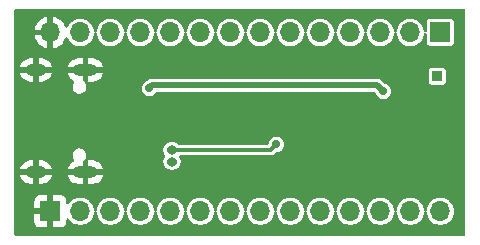
<source format=gbr>
%TF.GenerationSoftware,KiCad,Pcbnew,8.0.8*%
%TF.CreationDate,2025-02-10T14:02:50+00:00*%
%TF.ProjectId,stm32c071devboard,73746d33-3263-4303-9731-646576626f61,rev?*%
%TF.SameCoordinates,Original*%
%TF.FileFunction,Copper,L2,Bot*%
%TF.FilePolarity,Positive*%
%FSLAX46Y46*%
G04 Gerber Fmt 4.6, Leading zero omitted, Abs format (unit mm)*
G04 Created by KiCad (PCBNEW 8.0.8) date 2025-02-10 14:02:50*
%MOMM*%
%LPD*%
G01*
G04 APERTURE LIST*
%TA.AperFunction,HeatsinkPad*%
%ADD10O,2.100000X1.000000*%
%TD*%
%TA.AperFunction,HeatsinkPad*%
%ADD11O,1.800000X1.000000*%
%TD*%
%TA.AperFunction,ComponentPad*%
%ADD12O,0.860000X0.770000*%
%TD*%
%TA.AperFunction,ComponentPad*%
%ADD13R,1.700000X1.700000*%
%TD*%
%TA.AperFunction,ComponentPad*%
%ADD14O,1.700000X1.700000*%
%TD*%
%TA.AperFunction,ComponentPad*%
%ADD15R,0.850000X0.850000*%
%TD*%
%TA.AperFunction,ViaPad*%
%ADD16C,0.700000*%
%TD*%
%TA.AperFunction,Conductor*%
%ADD17C,0.300000*%
%TD*%
%TA.AperFunction,Conductor*%
%ADD18C,0.500000*%
%TD*%
G04 APERTURE END LIST*
D10*
%TO.P,J1,S1,SHIELD*%
%TO.N,GND*%
X85775000Y-60680000D03*
D11*
X81575000Y-60680000D03*
D10*
X85775000Y-69320000D03*
D11*
X81575000Y-69320000D03*
%TD*%
D12*
%TO.P,J5,1,Pin_1*%
%TO.N,+3V3*%
X93091000Y-67437000D03*
%TO.P,J5,2,Pin_2*%
%TO.N,BOOT0*%
X93091000Y-68437000D03*
%TD*%
D13*
%TO.P,J2,1,Pin_1*%
%TO.N,GND*%
X82804000Y-72644000D03*
D14*
%TO.P,J2,2,Pin_2*%
%TO.N,BOOT0*%
X85344000Y-72644000D03*
%TO.P,J2,3,Pin_3*%
%TO.N,PA13*%
X87884000Y-72644000D03*
%TO.P,J2,4,Pin_4*%
%TO.N,PA15*%
X90424000Y-72644000D03*
%TO.P,J2,5,Pin_5*%
%TO.N,Net-(J2-Pin_5)*%
X92964000Y-72644000D03*
%TO.P,J2,6,Pin_6*%
%TO.N,Net-(J2-Pin_6)*%
X95504000Y-72644000D03*
%TO.P,J2,7,Pin_7*%
%TO.N,Net-(J2-Pin_7)*%
X98044000Y-72644000D03*
%TO.P,J2,8,Pin_8*%
%TO.N,Net-(J2-Pin_8)*%
X100584000Y-72644000D03*
%TO.P,J2,9,Pin_9*%
%TO.N,Net-(J2-Pin_9)*%
X103124000Y-72644000D03*
%TO.P,J2,10,Pin_10*%
%TO.N,Net-(J2-Pin_10)*%
X105664000Y-72644000D03*
%TO.P,J2,11,Pin_11*%
%TO.N,PC14*%
X108204000Y-72644000D03*
%TO.P,J2,12,Pin_12*%
%TO.N,PC15*%
X110744000Y-72644000D03*
%TO.P,J2,13,Pin_13*%
%TO.N,LED*%
X113284000Y-72644000D03*
%TO.P,J2,14,Pin_14*%
%TO.N,+3V3*%
X115824000Y-72644000D03*
%TD*%
D13*
%TO.P,J4,1,Pin_1*%
%TO.N,+3V3*%
X115824000Y-57500000D03*
D14*
%TO.P,J4,2,Pin_2*%
%TO.N,NRST*%
X113284000Y-57500000D03*
%TO.P,J4,3,Pin_3*%
%TO.N,Net-(J4-Pin_3)*%
X110744000Y-57500000D03*
%TO.P,J4,4,Pin_4*%
%TO.N,Net-(J4-Pin_4)*%
X108204000Y-57500000D03*
%TO.P,J4,5,Pin_5*%
%TO.N,Net-(J4-Pin_5)*%
X105664000Y-57500000D03*
%TO.P,J4,6,Pin_6*%
%TO.N,Net-(J4-Pin_6)*%
X103124000Y-57500000D03*
%TO.P,J4,7,Pin_7*%
%TO.N,Net-(J4-Pin_7)*%
X100584000Y-57500000D03*
%TO.P,J4,8,Pin_8*%
%TO.N,Net-(J4-Pin_8)*%
X98044000Y-57500000D03*
%TO.P,J4,9,Pin_9*%
%TO.N,Net-(J4-Pin_9)*%
X95504000Y-57500000D03*
%TO.P,J4,10,Pin_10*%
%TO.N,Net-(J4-Pin_10)*%
X92964000Y-57500000D03*
%TO.P,J4,11,Pin_11*%
%TO.N,PB0*%
X90424000Y-57500000D03*
%TO.P,J4,12,Pin_12*%
%TO.N,PB1*%
X87884000Y-57500000D03*
%TO.P,J4,13,Pin_13*%
%TO.N,Net-(J4-Pin_13)*%
X85344000Y-57500000D03*
%TO.P,J4,14,Pin_14*%
%TO.N,GND*%
X82804000Y-57500000D03*
%TD*%
D15*
%TO.P,J3,1,Pin_1*%
%TO.N,/VBUS*%
X115570000Y-61214000D03*
%TD*%
D16*
%TO.N,GND*%
X105156000Y-66802000D03*
X89408000Y-67818000D03*
X89410000Y-69843000D03*
X111506000Y-66802000D03*
X92456000Y-64262000D03*
X98806000Y-64516000D03*
X89662000Y-63246000D03*
X105156000Y-64516000D03*
X94234000Y-62992000D03*
X111506000Y-67818000D03*
%TO.N,+3V3*%
X101932620Y-66977380D03*
%TO.N,/VBUS*%
X110998000Y-62484000D03*
X91186000Y-62230000D03*
%TD*%
D17*
%TO.N,+3V3*%
X93091000Y-67437000D02*
X101473000Y-67437000D01*
X101473000Y-67437000D02*
X101932620Y-66977380D01*
D18*
%TO.N,/VBUS*%
X91440000Y-61976000D02*
X110490000Y-61976000D01*
X110490000Y-61976000D02*
X110998000Y-62484000D01*
X91186000Y-62230000D02*
X91440000Y-61976000D01*
%TD*%
%TA.AperFunction,Conductor*%
%TO.N,GND*%
G36*
X117893039Y-55519685D02*
G01*
X117938794Y-55572489D01*
X117950000Y-55624000D01*
X117950000Y-74626000D01*
X117930315Y-74693039D01*
X117877511Y-74738794D01*
X117826000Y-74750000D01*
X79880000Y-74750000D01*
X79812961Y-74730315D01*
X79767206Y-74677511D01*
X79756000Y-74626000D01*
X79756000Y-71746155D01*
X81454000Y-71746155D01*
X81454000Y-72394000D01*
X82370988Y-72394000D01*
X82338075Y-72451007D01*
X82304000Y-72578174D01*
X82304000Y-72709826D01*
X82338075Y-72836993D01*
X82370988Y-72894000D01*
X81454000Y-72894000D01*
X81454000Y-73541844D01*
X81460401Y-73601372D01*
X81460403Y-73601379D01*
X81510645Y-73736086D01*
X81510649Y-73736093D01*
X81596809Y-73851187D01*
X81596812Y-73851190D01*
X81711906Y-73937350D01*
X81711913Y-73937354D01*
X81846620Y-73987596D01*
X81846627Y-73987598D01*
X81906155Y-73993999D01*
X81906172Y-73994000D01*
X82554000Y-73994000D01*
X82554000Y-73077012D01*
X82611007Y-73109925D01*
X82738174Y-73144000D01*
X82869826Y-73144000D01*
X82996993Y-73109925D01*
X83054000Y-73077012D01*
X83054000Y-73994000D01*
X83701828Y-73994000D01*
X83701844Y-73993999D01*
X83761372Y-73987598D01*
X83761379Y-73987596D01*
X83896086Y-73937354D01*
X83896093Y-73937350D01*
X84011187Y-73851190D01*
X84011190Y-73851187D01*
X84097350Y-73736093D01*
X84097354Y-73736086D01*
X84147596Y-73601379D01*
X84147598Y-73601372D01*
X84153999Y-73541844D01*
X84154000Y-73541827D01*
X84154000Y-73347268D01*
X84173685Y-73280229D01*
X84226489Y-73234474D01*
X84295647Y-73224530D01*
X84359203Y-73253555D01*
X84376950Y-73272537D01*
X84490128Y-73422407D01*
X84647698Y-73566052D01*
X84828981Y-73678298D01*
X85027802Y-73755321D01*
X85237390Y-73794500D01*
X85237392Y-73794500D01*
X85450608Y-73794500D01*
X85450610Y-73794500D01*
X85660198Y-73755321D01*
X85859019Y-73678298D01*
X86040302Y-73566052D01*
X86197872Y-73422407D01*
X86326366Y-73252255D01*
X86380270Y-73144000D01*
X86421403Y-73061394D01*
X86421403Y-73061393D01*
X86421405Y-73061389D01*
X86479756Y-72856310D01*
X86490529Y-72740047D01*
X86516315Y-72675111D01*
X86558622Y-72644804D01*
X86667130Y-72644804D01*
X86703503Y-72665668D01*
X86735693Y-72727681D01*
X86737470Y-72740047D01*
X86748244Y-72856310D01*
X86801675Y-73044099D01*
X86806596Y-73061392D01*
X86806596Y-73061394D01*
X86901632Y-73252253D01*
X86916953Y-73272541D01*
X87030128Y-73422407D01*
X87187698Y-73566052D01*
X87368981Y-73678298D01*
X87567802Y-73755321D01*
X87777390Y-73794500D01*
X87777392Y-73794500D01*
X87990608Y-73794500D01*
X87990610Y-73794500D01*
X88200198Y-73755321D01*
X88399019Y-73678298D01*
X88580302Y-73566052D01*
X88737872Y-73422407D01*
X88866366Y-73252255D01*
X88920270Y-73144000D01*
X88961403Y-73061394D01*
X88961403Y-73061393D01*
X88961405Y-73061389D01*
X89019756Y-72856310D01*
X89030529Y-72740047D01*
X89056315Y-72675111D01*
X89098622Y-72644804D01*
X89207130Y-72644804D01*
X89243503Y-72665668D01*
X89275693Y-72727681D01*
X89277470Y-72740047D01*
X89288244Y-72856310D01*
X89341675Y-73044099D01*
X89346596Y-73061392D01*
X89346596Y-73061394D01*
X89441632Y-73252253D01*
X89456953Y-73272541D01*
X89570128Y-73422407D01*
X89727698Y-73566052D01*
X89908981Y-73678298D01*
X90107802Y-73755321D01*
X90317390Y-73794500D01*
X90317392Y-73794500D01*
X90530608Y-73794500D01*
X90530610Y-73794500D01*
X90740198Y-73755321D01*
X90939019Y-73678298D01*
X91120302Y-73566052D01*
X91277872Y-73422407D01*
X91406366Y-73252255D01*
X91460270Y-73144000D01*
X91501403Y-73061394D01*
X91501403Y-73061393D01*
X91501405Y-73061389D01*
X91559756Y-72856310D01*
X91570529Y-72740047D01*
X91596315Y-72675111D01*
X91638622Y-72644804D01*
X91747130Y-72644804D01*
X91783503Y-72665668D01*
X91815693Y-72727681D01*
X91817470Y-72740047D01*
X91828244Y-72856310D01*
X91881675Y-73044099D01*
X91886596Y-73061392D01*
X91886596Y-73061394D01*
X91981632Y-73252253D01*
X91996953Y-73272541D01*
X92110128Y-73422407D01*
X92267698Y-73566052D01*
X92448981Y-73678298D01*
X92647802Y-73755321D01*
X92857390Y-73794500D01*
X92857392Y-73794500D01*
X93070608Y-73794500D01*
X93070610Y-73794500D01*
X93280198Y-73755321D01*
X93479019Y-73678298D01*
X93660302Y-73566052D01*
X93817872Y-73422407D01*
X93946366Y-73252255D01*
X94000270Y-73144000D01*
X94041403Y-73061394D01*
X94041403Y-73061393D01*
X94041405Y-73061389D01*
X94099756Y-72856310D01*
X94110529Y-72740047D01*
X94136315Y-72675111D01*
X94178622Y-72644804D01*
X94287130Y-72644804D01*
X94323503Y-72665668D01*
X94355693Y-72727681D01*
X94357470Y-72740047D01*
X94368244Y-72856310D01*
X94421675Y-73044099D01*
X94426596Y-73061392D01*
X94426596Y-73061394D01*
X94521632Y-73252253D01*
X94536953Y-73272541D01*
X94650128Y-73422407D01*
X94807698Y-73566052D01*
X94988981Y-73678298D01*
X95187802Y-73755321D01*
X95397390Y-73794500D01*
X95397392Y-73794500D01*
X95610608Y-73794500D01*
X95610610Y-73794500D01*
X95820198Y-73755321D01*
X96019019Y-73678298D01*
X96200302Y-73566052D01*
X96357872Y-73422407D01*
X96486366Y-73252255D01*
X96540270Y-73144000D01*
X96581403Y-73061394D01*
X96581403Y-73061393D01*
X96581405Y-73061389D01*
X96639756Y-72856310D01*
X96650529Y-72740047D01*
X96676315Y-72675111D01*
X96718622Y-72644804D01*
X96827130Y-72644804D01*
X96863503Y-72665668D01*
X96895693Y-72727681D01*
X96897470Y-72740047D01*
X96908244Y-72856310D01*
X96961675Y-73044099D01*
X96966596Y-73061392D01*
X96966596Y-73061394D01*
X97061632Y-73252253D01*
X97076953Y-73272541D01*
X97190128Y-73422407D01*
X97347698Y-73566052D01*
X97528981Y-73678298D01*
X97727802Y-73755321D01*
X97937390Y-73794500D01*
X97937392Y-73794500D01*
X98150608Y-73794500D01*
X98150610Y-73794500D01*
X98360198Y-73755321D01*
X98559019Y-73678298D01*
X98740302Y-73566052D01*
X98897872Y-73422407D01*
X99026366Y-73252255D01*
X99080270Y-73144000D01*
X99121403Y-73061394D01*
X99121403Y-73061393D01*
X99121405Y-73061389D01*
X99179756Y-72856310D01*
X99190529Y-72740047D01*
X99216315Y-72675111D01*
X99258622Y-72644804D01*
X99367130Y-72644804D01*
X99403503Y-72665668D01*
X99435693Y-72727681D01*
X99437470Y-72740047D01*
X99448244Y-72856310D01*
X99501675Y-73044099D01*
X99506596Y-73061392D01*
X99506596Y-73061394D01*
X99601632Y-73252253D01*
X99616953Y-73272541D01*
X99730128Y-73422407D01*
X99887698Y-73566052D01*
X100068981Y-73678298D01*
X100267802Y-73755321D01*
X100477390Y-73794500D01*
X100477392Y-73794500D01*
X100690608Y-73794500D01*
X100690610Y-73794500D01*
X100900198Y-73755321D01*
X101099019Y-73678298D01*
X101280302Y-73566052D01*
X101437872Y-73422407D01*
X101566366Y-73252255D01*
X101620270Y-73144000D01*
X101661403Y-73061394D01*
X101661403Y-73061393D01*
X101661405Y-73061389D01*
X101719756Y-72856310D01*
X101730529Y-72740047D01*
X101756315Y-72675111D01*
X101798622Y-72644804D01*
X101907130Y-72644804D01*
X101943503Y-72665668D01*
X101975693Y-72727681D01*
X101977470Y-72740047D01*
X101988244Y-72856310D01*
X102041675Y-73044099D01*
X102046596Y-73061392D01*
X102046596Y-73061394D01*
X102141632Y-73252253D01*
X102156953Y-73272541D01*
X102270128Y-73422407D01*
X102427698Y-73566052D01*
X102608981Y-73678298D01*
X102807802Y-73755321D01*
X103017390Y-73794500D01*
X103017392Y-73794500D01*
X103230608Y-73794500D01*
X103230610Y-73794500D01*
X103440198Y-73755321D01*
X103639019Y-73678298D01*
X103820302Y-73566052D01*
X103977872Y-73422407D01*
X104106366Y-73252255D01*
X104160270Y-73144000D01*
X104201403Y-73061394D01*
X104201403Y-73061393D01*
X104201405Y-73061389D01*
X104259756Y-72856310D01*
X104270529Y-72740047D01*
X104296315Y-72675111D01*
X104338622Y-72644804D01*
X104447130Y-72644804D01*
X104483503Y-72665668D01*
X104515693Y-72727681D01*
X104517470Y-72740047D01*
X104528244Y-72856310D01*
X104581675Y-73044099D01*
X104586596Y-73061392D01*
X104586596Y-73061394D01*
X104681632Y-73252253D01*
X104696953Y-73272541D01*
X104810128Y-73422407D01*
X104967698Y-73566052D01*
X105148981Y-73678298D01*
X105347802Y-73755321D01*
X105557390Y-73794500D01*
X105557392Y-73794500D01*
X105770608Y-73794500D01*
X105770610Y-73794500D01*
X105980198Y-73755321D01*
X106179019Y-73678298D01*
X106360302Y-73566052D01*
X106517872Y-73422407D01*
X106646366Y-73252255D01*
X106700270Y-73144000D01*
X106741403Y-73061394D01*
X106741403Y-73061393D01*
X106741405Y-73061389D01*
X106799756Y-72856310D01*
X106810529Y-72740047D01*
X106836315Y-72675111D01*
X106878622Y-72644804D01*
X106987130Y-72644804D01*
X107023503Y-72665668D01*
X107055693Y-72727681D01*
X107057470Y-72740047D01*
X107068244Y-72856310D01*
X107121675Y-73044099D01*
X107126596Y-73061392D01*
X107126596Y-73061394D01*
X107221632Y-73252253D01*
X107236953Y-73272541D01*
X107350128Y-73422407D01*
X107507698Y-73566052D01*
X107688981Y-73678298D01*
X107887802Y-73755321D01*
X108097390Y-73794500D01*
X108097392Y-73794500D01*
X108310608Y-73794500D01*
X108310610Y-73794500D01*
X108520198Y-73755321D01*
X108719019Y-73678298D01*
X108900302Y-73566052D01*
X109057872Y-73422407D01*
X109186366Y-73252255D01*
X109240270Y-73144000D01*
X109281403Y-73061394D01*
X109281403Y-73061393D01*
X109281405Y-73061389D01*
X109339756Y-72856310D01*
X109350529Y-72740047D01*
X109376315Y-72675111D01*
X109418622Y-72644804D01*
X109527130Y-72644804D01*
X109563503Y-72665668D01*
X109595693Y-72727681D01*
X109597470Y-72740047D01*
X109608244Y-72856310D01*
X109661675Y-73044099D01*
X109666596Y-73061392D01*
X109666596Y-73061394D01*
X109761632Y-73252253D01*
X109776953Y-73272541D01*
X109890128Y-73422407D01*
X110047698Y-73566052D01*
X110228981Y-73678298D01*
X110427802Y-73755321D01*
X110637390Y-73794500D01*
X110637392Y-73794500D01*
X110850608Y-73794500D01*
X110850610Y-73794500D01*
X111060198Y-73755321D01*
X111259019Y-73678298D01*
X111440302Y-73566052D01*
X111597872Y-73422407D01*
X111726366Y-73252255D01*
X111780270Y-73144000D01*
X111821403Y-73061394D01*
X111821403Y-73061393D01*
X111821405Y-73061389D01*
X111879756Y-72856310D01*
X111890529Y-72740047D01*
X111916315Y-72675111D01*
X111958622Y-72644804D01*
X112067130Y-72644804D01*
X112103503Y-72665668D01*
X112135693Y-72727681D01*
X112137470Y-72740047D01*
X112148244Y-72856310D01*
X112201675Y-73044099D01*
X112206596Y-73061392D01*
X112206596Y-73061394D01*
X112301632Y-73252253D01*
X112316953Y-73272541D01*
X112430128Y-73422407D01*
X112587698Y-73566052D01*
X112768981Y-73678298D01*
X112967802Y-73755321D01*
X113177390Y-73794500D01*
X113177392Y-73794500D01*
X113390608Y-73794500D01*
X113390610Y-73794500D01*
X113600198Y-73755321D01*
X113799019Y-73678298D01*
X113980302Y-73566052D01*
X114137872Y-73422407D01*
X114266366Y-73252255D01*
X114320270Y-73144000D01*
X114361403Y-73061394D01*
X114361403Y-73061393D01*
X114361405Y-73061389D01*
X114419756Y-72856310D01*
X114430529Y-72740047D01*
X114456315Y-72675111D01*
X114498622Y-72644804D01*
X114607130Y-72644804D01*
X114643503Y-72665668D01*
X114675693Y-72727681D01*
X114677470Y-72740047D01*
X114688244Y-72856310D01*
X114741675Y-73044099D01*
X114746596Y-73061392D01*
X114746596Y-73061394D01*
X114841632Y-73252253D01*
X114856953Y-73272541D01*
X114970128Y-73422407D01*
X115127698Y-73566052D01*
X115308981Y-73678298D01*
X115507802Y-73755321D01*
X115717390Y-73794500D01*
X115717392Y-73794500D01*
X115930608Y-73794500D01*
X115930610Y-73794500D01*
X116140198Y-73755321D01*
X116339019Y-73678298D01*
X116520302Y-73566052D01*
X116677872Y-73422407D01*
X116806366Y-73252255D01*
X116860270Y-73144000D01*
X116901403Y-73061394D01*
X116901403Y-73061393D01*
X116901405Y-73061389D01*
X116959756Y-72856310D01*
X116979429Y-72644000D01*
X116959756Y-72431690D01*
X116901405Y-72226611D01*
X116901403Y-72226606D01*
X116901403Y-72226605D01*
X116806367Y-72035746D01*
X116677872Y-71865593D01*
X116546874Y-71746172D01*
X116520302Y-71721948D01*
X116339019Y-71609702D01*
X116339017Y-71609701D01*
X116189829Y-71551906D01*
X116140198Y-71532679D01*
X115930610Y-71493500D01*
X115717390Y-71493500D01*
X115507802Y-71532679D01*
X115507799Y-71532679D01*
X115507799Y-71532680D01*
X115308982Y-71609701D01*
X115308980Y-71609702D01*
X115127699Y-71721947D01*
X114970127Y-71865593D01*
X114841632Y-72035746D01*
X114746596Y-72226605D01*
X114746596Y-72226607D01*
X114688244Y-72431689D01*
X114677471Y-72547951D01*
X114651685Y-72612888D01*
X114607130Y-72644804D01*
X114498622Y-72644804D01*
X114500869Y-72643194D01*
X114464497Y-72622331D01*
X114432307Y-72560318D01*
X114430529Y-72547951D01*
X114429849Y-72540613D01*
X114419756Y-72431690D01*
X114361405Y-72226611D01*
X114361403Y-72226606D01*
X114361403Y-72226605D01*
X114266367Y-72035746D01*
X114137872Y-71865593D01*
X114006874Y-71746172D01*
X113980302Y-71721948D01*
X113799019Y-71609702D01*
X113799017Y-71609701D01*
X113649829Y-71551906D01*
X113600198Y-71532679D01*
X113390610Y-71493500D01*
X113177390Y-71493500D01*
X112967802Y-71532679D01*
X112967799Y-71532679D01*
X112967799Y-71532680D01*
X112768982Y-71609701D01*
X112768980Y-71609702D01*
X112587699Y-71721947D01*
X112430127Y-71865593D01*
X112301632Y-72035746D01*
X112206596Y-72226605D01*
X112206596Y-72226607D01*
X112148244Y-72431689D01*
X112137471Y-72547951D01*
X112111685Y-72612888D01*
X112067130Y-72644804D01*
X111958622Y-72644804D01*
X111960869Y-72643194D01*
X111924497Y-72622331D01*
X111892307Y-72560318D01*
X111890529Y-72547951D01*
X111889849Y-72540613D01*
X111879756Y-72431690D01*
X111821405Y-72226611D01*
X111821403Y-72226606D01*
X111821403Y-72226605D01*
X111726367Y-72035746D01*
X111597872Y-71865593D01*
X111466874Y-71746172D01*
X111440302Y-71721948D01*
X111259019Y-71609702D01*
X111259017Y-71609701D01*
X111109829Y-71551906D01*
X111060198Y-71532679D01*
X110850610Y-71493500D01*
X110637390Y-71493500D01*
X110427802Y-71532679D01*
X110427799Y-71532679D01*
X110427799Y-71532680D01*
X110228982Y-71609701D01*
X110228980Y-71609702D01*
X110047699Y-71721947D01*
X109890127Y-71865593D01*
X109761632Y-72035746D01*
X109666596Y-72226605D01*
X109666596Y-72226607D01*
X109608244Y-72431689D01*
X109597471Y-72547951D01*
X109571685Y-72612888D01*
X109527130Y-72644804D01*
X109418622Y-72644804D01*
X109420869Y-72643194D01*
X109384497Y-72622331D01*
X109352307Y-72560318D01*
X109350529Y-72547951D01*
X109349849Y-72540613D01*
X109339756Y-72431690D01*
X109281405Y-72226611D01*
X109281403Y-72226606D01*
X109281403Y-72226605D01*
X109186367Y-72035746D01*
X109057872Y-71865593D01*
X108926874Y-71746172D01*
X108900302Y-71721948D01*
X108719019Y-71609702D01*
X108719017Y-71609701D01*
X108569829Y-71551906D01*
X108520198Y-71532679D01*
X108310610Y-71493500D01*
X108097390Y-71493500D01*
X107887802Y-71532679D01*
X107887799Y-71532679D01*
X107887799Y-71532680D01*
X107688982Y-71609701D01*
X107688980Y-71609702D01*
X107507699Y-71721947D01*
X107350127Y-71865593D01*
X107221632Y-72035746D01*
X107126596Y-72226605D01*
X107126596Y-72226607D01*
X107068244Y-72431689D01*
X107057471Y-72547951D01*
X107031685Y-72612888D01*
X106987130Y-72644804D01*
X106878622Y-72644804D01*
X106880869Y-72643194D01*
X106844497Y-72622331D01*
X106812307Y-72560318D01*
X106810529Y-72547951D01*
X106809849Y-72540613D01*
X106799756Y-72431690D01*
X106741405Y-72226611D01*
X106741403Y-72226606D01*
X106741403Y-72226605D01*
X106646367Y-72035746D01*
X106517872Y-71865593D01*
X106386874Y-71746172D01*
X106360302Y-71721948D01*
X106179019Y-71609702D01*
X106179017Y-71609701D01*
X106029829Y-71551906D01*
X105980198Y-71532679D01*
X105770610Y-71493500D01*
X105557390Y-71493500D01*
X105347802Y-71532679D01*
X105347799Y-71532679D01*
X105347799Y-71532680D01*
X105148982Y-71609701D01*
X105148980Y-71609702D01*
X104967699Y-71721947D01*
X104810127Y-71865593D01*
X104681632Y-72035746D01*
X104586596Y-72226605D01*
X104586596Y-72226607D01*
X104528244Y-72431689D01*
X104517471Y-72547951D01*
X104491685Y-72612888D01*
X104447130Y-72644804D01*
X104338622Y-72644804D01*
X104340869Y-72643194D01*
X104304497Y-72622331D01*
X104272307Y-72560318D01*
X104270529Y-72547951D01*
X104269849Y-72540613D01*
X104259756Y-72431690D01*
X104201405Y-72226611D01*
X104201403Y-72226606D01*
X104201403Y-72226605D01*
X104106367Y-72035746D01*
X103977872Y-71865593D01*
X103846874Y-71746172D01*
X103820302Y-71721948D01*
X103639019Y-71609702D01*
X103639017Y-71609701D01*
X103489829Y-71551906D01*
X103440198Y-71532679D01*
X103230610Y-71493500D01*
X103017390Y-71493500D01*
X102807802Y-71532679D01*
X102807799Y-71532679D01*
X102807799Y-71532680D01*
X102608982Y-71609701D01*
X102608980Y-71609702D01*
X102427699Y-71721947D01*
X102270127Y-71865593D01*
X102141632Y-72035746D01*
X102046596Y-72226605D01*
X102046596Y-72226607D01*
X101988244Y-72431689D01*
X101977471Y-72547951D01*
X101951685Y-72612888D01*
X101907130Y-72644804D01*
X101798622Y-72644804D01*
X101800869Y-72643194D01*
X101764497Y-72622331D01*
X101732307Y-72560318D01*
X101730529Y-72547951D01*
X101729849Y-72540613D01*
X101719756Y-72431690D01*
X101661405Y-72226611D01*
X101661403Y-72226606D01*
X101661403Y-72226605D01*
X101566367Y-72035746D01*
X101437872Y-71865593D01*
X101306874Y-71746172D01*
X101280302Y-71721948D01*
X101099019Y-71609702D01*
X101099017Y-71609701D01*
X100949829Y-71551906D01*
X100900198Y-71532679D01*
X100690610Y-71493500D01*
X100477390Y-71493500D01*
X100267802Y-71532679D01*
X100267799Y-71532679D01*
X100267799Y-71532680D01*
X100068982Y-71609701D01*
X100068980Y-71609702D01*
X99887699Y-71721947D01*
X99730127Y-71865593D01*
X99601632Y-72035746D01*
X99506596Y-72226605D01*
X99506596Y-72226607D01*
X99448244Y-72431689D01*
X99437471Y-72547951D01*
X99411685Y-72612888D01*
X99367130Y-72644804D01*
X99258622Y-72644804D01*
X99260869Y-72643194D01*
X99224497Y-72622331D01*
X99192307Y-72560318D01*
X99190529Y-72547951D01*
X99189849Y-72540613D01*
X99179756Y-72431690D01*
X99121405Y-72226611D01*
X99121403Y-72226606D01*
X99121403Y-72226605D01*
X99026367Y-72035746D01*
X98897872Y-71865593D01*
X98766874Y-71746172D01*
X98740302Y-71721948D01*
X98559019Y-71609702D01*
X98559017Y-71609701D01*
X98409829Y-71551906D01*
X98360198Y-71532679D01*
X98150610Y-71493500D01*
X97937390Y-71493500D01*
X97727802Y-71532679D01*
X97727799Y-71532679D01*
X97727799Y-71532680D01*
X97528982Y-71609701D01*
X97528980Y-71609702D01*
X97347699Y-71721947D01*
X97190127Y-71865593D01*
X97061632Y-72035746D01*
X96966596Y-72226605D01*
X96966596Y-72226607D01*
X96908244Y-72431689D01*
X96897471Y-72547951D01*
X96871685Y-72612888D01*
X96827130Y-72644804D01*
X96718622Y-72644804D01*
X96720869Y-72643194D01*
X96684497Y-72622331D01*
X96652307Y-72560318D01*
X96650529Y-72547951D01*
X96649849Y-72540613D01*
X96639756Y-72431690D01*
X96581405Y-72226611D01*
X96581403Y-72226606D01*
X96581403Y-72226605D01*
X96486367Y-72035746D01*
X96357872Y-71865593D01*
X96226874Y-71746172D01*
X96200302Y-71721948D01*
X96019019Y-71609702D01*
X96019017Y-71609701D01*
X95869829Y-71551906D01*
X95820198Y-71532679D01*
X95610610Y-71493500D01*
X95397390Y-71493500D01*
X95187802Y-71532679D01*
X95187799Y-71532679D01*
X95187799Y-71532680D01*
X94988982Y-71609701D01*
X94988980Y-71609702D01*
X94807699Y-71721947D01*
X94650127Y-71865593D01*
X94521632Y-72035746D01*
X94426596Y-72226605D01*
X94426596Y-72226607D01*
X94368244Y-72431689D01*
X94357471Y-72547951D01*
X94331685Y-72612888D01*
X94287130Y-72644804D01*
X94178622Y-72644804D01*
X94180869Y-72643194D01*
X94144497Y-72622331D01*
X94112307Y-72560318D01*
X94110529Y-72547951D01*
X94109849Y-72540613D01*
X94099756Y-72431690D01*
X94041405Y-72226611D01*
X94041403Y-72226606D01*
X94041403Y-72226605D01*
X93946367Y-72035746D01*
X93817872Y-71865593D01*
X93686874Y-71746172D01*
X93660302Y-71721948D01*
X93479019Y-71609702D01*
X93479017Y-71609701D01*
X93329829Y-71551906D01*
X93280198Y-71532679D01*
X93070610Y-71493500D01*
X92857390Y-71493500D01*
X92647802Y-71532679D01*
X92647799Y-71532679D01*
X92647799Y-71532680D01*
X92448982Y-71609701D01*
X92448980Y-71609702D01*
X92267699Y-71721947D01*
X92110127Y-71865593D01*
X91981632Y-72035746D01*
X91886596Y-72226605D01*
X91886596Y-72226607D01*
X91828244Y-72431689D01*
X91817471Y-72547951D01*
X91791685Y-72612888D01*
X91747130Y-72644804D01*
X91638622Y-72644804D01*
X91640869Y-72643194D01*
X91604497Y-72622331D01*
X91572307Y-72560318D01*
X91570529Y-72547951D01*
X91569849Y-72540613D01*
X91559756Y-72431690D01*
X91501405Y-72226611D01*
X91501403Y-72226606D01*
X91501403Y-72226605D01*
X91406367Y-72035746D01*
X91277872Y-71865593D01*
X91146874Y-71746172D01*
X91120302Y-71721948D01*
X90939019Y-71609702D01*
X90939017Y-71609701D01*
X90789829Y-71551906D01*
X90740198Y-71532679D01*
X90530610Y-71493500D01*
X90317390Y-71493500D01*
X90107802Y-71532679D01*
X90107799Y-71532679D01*
X90107799Y-71532680D01*
X89908982Y-71609701D01*
X89908980Y-71609702D01*
X89727699Y-71721947D01*
X89570127Y-71865593D01*
X89441632Y-72035746D01*
X89346596Y-72226605D01*
X89346596Y-72226607D01*
X89288244Y-72431689D01*
X89277471Y-72547951D01*
X89251685Y-72612888D01*
X89207130Y-72644804D01*
X89098622Y-72644804D01*
X89100869Y-72643194D01*
X89064497Y-72622331D01*
X89032307Y-72560318D01*
X89030529Y-72547951D01*
X89029849Y-72540613D01*
X89019756Y-72431690D01*
X88961405Y-72226611D01*
X88961403Y-72226606D01*
X88961403Y-72226605D01*
X88866367Y-72035746D01*
X88737872Y-71865593D01*
X88606874Y-71746172D01*
X88580302Y-71721948D01*
X88399019Y-71609702D01*
X88399017Y-71609701D01*
X88249829Y-71551906D01*
X88200198Y-71532679D01*
X87990610Y-71493500D01*
X87777390Y-71493500D01*
X87567802Y-71532679D01*
X87567799Y-71532679D01*
X87567799Y-71532680D01*
X87368982Y-71609701D01*
X87368980Y-71609702D01*
X87187699Y-71721947D01*
X87030127Y-71865593D01*
X86901632Y-72035746D01*
X86806596Y-72226605D01*
X86806596Y-72226607D01*
X86748244Y-72431689D01*
X86737471Y-72547951D01*
X86711685Y-72612888D01*
X86667130Y-72644804D01*
X86558622Y-72644804D01*
X86560869Y-72643194D01*
X86524497Y-72622331D01*
X86492307Y-72560318D01*
X86490529Y-72547951D01*
X86489849Y-72540613D01*
X86479756Y-72431690D01*
X86421405Y-72226611D01*
X86421403Y-72226606D01*
X86421403Y-72226605D01*
X86326367Y-72035746D01*
X86197872Y-71865593D01*
X86066874Y-71746172D01*
X86040302Y-71721948D01*
X85859019Y-71609702D01*
X85859017Y-71609701D01*
X85709829Y-71551906D01*
X85660198Y-71532679D01*
X85450610Y-71493500D01*
X85237390Y-71493500D01*
X85027802Y-71532679D01*
X85027799Y-71532679D01*
X85027799Y-71532680D01*
X84828982Y-71609701D01*
X84828980Y-71609702D01*
X84647699Y-71721947D01*
X84490127Y-71865593D01*
X84376954Y-72015458D01*
X84320845Y-72057094D01*
X84251133Y-72061785D01*
X84189951Y-72028043D01*
X84156724Y-71966579D01*
X84154000Y-71940731D01*
X84154000Y-71746172D01*
X84153999Y-71746155D01*
X84147598Y-71686627D01*
X84147596Y-71686620D01*
X84097354Y-71551913D01*
X84097350Y-71551906D01*
X84011190Y-71436812D01*
X84011187Y-71436809D01*
X83896093Y-71350649D01*
X83896086Y-71350645D01*
X83761379Y-71300403D01*
X83761372Y-71300401D01*
X83701844Y-71294000D01*
X83054000Y-71294000D01*
X83054000Y-72210988D01*
X82996993Y-72178075D01*
X82869826Y-72144000D01*
X82738174Y-72144000D01*
X82611007Y-72178075D01*
X82554000Y-72210988D01*
X82554000Y-71294000D01*
X81906155Y-71294000D01*
X81846627Y-71300401D01*
X81846620Y-71300403D01*
X81711913Y-71350645D01*
X81711906Y-71350649D01*
X81596812Y-71436809D01*
X81596809Y-71436812D01*
X81510649Y-71551906D01*
X81510645Y-71551913D01*
X81460403Y-71686620D01*
X81460401Y-71686627D01*
X81454000Y-71746155D01*
X79756000Y-71746155D01*
X79756000Y-69070000D01*
X80205138Y-69070000D01*
X81008012Y-69070000D01*
X80990795Y-69079940D01*
X80934940Y-69135795D01*
X80895444Y-69204204D01*
X80875000Y-69280504D01*
X80875000Y-69359496D01*
X80895444Y-69435796D01*
X80934940Y-69504205D01*
X80990795Y-69560060D01*
X81008012Y-69570000D01*
X80205138Y-69570000D01*
X80213430Y-69611690D01*
X80213430Y-69611692D01*
X80288807Y-69793671D01*
X80288814Y-69793684D01*
X80398248Y-69957462D01*
X80398251Y-69957466D01*
X80537533Y-70096748D01*
X80537537Y-70096751D01*
X80701315Y-70206185D01*
X80701328Y-70206192D01*
X80883306Y-70281569D01*
X80883318Y-70281572D01*
X81076504Y-70319999D01*
X81076508Y-70320000D01*
X81325000Y-70320000D01*
X81325000Y-69620000D01*
X81825000Y-69620000D01*
X81825000Y-70320000D01*
X82073492Y-70320000D01*
X82073495Y-70319999D01*
X82266681Y-70281572D01*
X82266693Y-70281569D01*
X82448671Y-70206192D01*
X82448684Y-70206185D01*
X82612462Y-70096751D01*
X82612466Y-70096748D01*
X82751748Y-69957466D01*
X82751751Y-69957462D01*
X82861185Y-69793684D01*
X82861192Y-69793671D01*
X82936569Y-69611692D01*
X82936569Y-69611690D01*
X82944862Y-69570000D01*
X82141988Y-69570000D01*
X82159205Y-69560060D01*
X82215060Y-69504205D01*
X82254556Y-69435796D01*
X82275000Y-69359496D01*
X82275000Y-69280504D01*
X82254556Y-69204204D01*
X82215060Y-69135795D01*
X82159205Y-69079940D01*
X82141988Y-69070000D01*
X82944862Y-69070000D01*
X84255138Y-69070000D01*
X85058012Y-69070000D01*
X85040795Y-69079940D01*
X84984940Y-69135795D01*
X84945444Y-69204204D01*
X84925000Y-69280504D01*
X84925000Y-69359496D01*
X84945444Y-69435796D01*
X84984940Y-69504205D01*
X85040795Y-69560060D01*
X85058012Y-69570000D01*
X84255138Y-69570000D01*
X84263430Y-69611690D01*
X84263430Y-69611692D01*
X84338807Y-69793671D01*
X84338814Y-69793684D01*
X84448248Y-69957462D01*
X84448251Y-69957466D01*
X84587533Y-70096748D01*
X84587537Y-70096751D01*
X84751315Y-70206185D01*
X84751328Y-70206192D01*
X84933306Y-70281569D01*
X84933318Y-70281572D01*
X85126504Y-70319999D01*
X85126508Y-70320000D01*
X85525000Y-70320000D01*
X85525000Y-69620000D01*
X86025000Y-69620000D01*
X86025000Y-70320000D01*
X86423492Y-70320000D01*
X86423495Y-70319999D01*
X86616681Y-70281572D01*
X86616693Y-70281569D01*
X86798671Y-70206192D01*
X86798684Y-70206185D01*
X86962462Y-70096751D01*
X86962466Y-70096748D01*
X87101748Y-69957466D01*
X87101751Y-69957462D01*
X87211185Y-69793684D01*
X87211192Y-69793671D01*
X87286569Y-69611692D01*
X87286569Y-69611690D01*
X87294862Y-69570000D01*
X86491988Y-69570000D01*
X86509205Y-69560060D01*
X86565060Y-69504205D01*
X86604556Y-69435796D01*
X86625000Y-69359496D01*
X86625000Y-69280504D01*
X86604556Y-69204204D01*
X86565060Y-69135795D01*
X86509205Y-69079940D01*
X86491988Y-69070000D01*
X87294862Y-69070000D01*
X87286569Y-69028309D01*
X87286569Y-69028307D01*
X87211192Y-68846328D01*
X87211185Y-68846315D01*
X87101751Y-68682537D01*
X87101748Y-68682533D01*
X86962466Y-68543251D01*
X86962462Y-68543248D01*
X86798684Y-68433814D01*
X86798671Y-68433807D01*
X86616693Y-68358430D01*
X86616681Y-68358427D01*
X86423495Y-68320000D01*
X86025000Y-68320000D01*
X86025000Y-69020000D01*
X85525000Y-69020000D01*
X85525000Y-68470237D01*
X85544685Y-68403198D01*
X85587000Y-68362850D01*
X85608365Y-68350515D01*
X85715515Y-68243365D01*
X85791281Y-68112135D01*
X85830500Y-67965766D01*
X85830500Y-67814234D01*
X85791281Y-67667865D01*
X85789164Y-67664199D01*
X85769832Y-67630714D01*
X85715515Y-67536635D01*
X85608365Y-67429485D01*
X85504441Y-67369484D01*
X85504432Y-67369479D01*
X92360500Y-67369479D01*
X92360500Y-67504520D01*
X92386841Y-67636945D01*
X92386843Y-67636953D01*
X92438517Y-67761704D01*
X92509614Y-67868110D01*
X92530491Y-67934788D01*
X92512006Y-68002168D01*
X92509614Y-68005890D01*
X92438517Y-68112295D01*
X92386843Y-68237046D01*
X92386841Y-68237054D01*
X92360500Y-68369479D01*
X92360500Y-68504520D01*
X92386841Y-68636945D01*
X92386843Y-68636953D01*
X92438518Y-68761707D01*
X92513535Y-68873979D01*
X92513541Y-68873986D01*
X92609013Y-68969458D01*
X92609020Y-68969464D01*
X92721292Y-69044481D01*
X92721293Y-69044481D01*
X92721294Y-69044482D01*
X92846047Y-69096157D01*
X92978479Y-69122499D01*
X92978483Y-69122500D01*
X92978484Y-69122500D01*
X93203517Y-69122500D01*
X93203518Y-69122499D01*
X93335953Y-69096157D01*
X93460706Y-69044482D01*
X93572981Y-68969463D01*
X93668463Y-68873981D01*
X93743482Y-68761706D01*
X93795157Y-68636953D01*
X93821500Y-68504516D01*
X93821500Y-68369484D01*
X93795157Y-68237047D01*
X93743482Y-68112294D01*
X93722164Y-68080390D01*
X93701287Y-68013714D01*
X93719771Y-67946333D01*
X93771750Y-67899643D01*
X93825267Y-67887500D01*
X101532308Y-67887500D01*
X101532309Y-67887500D01*
X101622673Y-67863286D01*
X101646887Y-67856799D01*
X101749614Y-67797489D01*
X101882904Y-67664199D01*
X101944227Y-67630714D01*
X101970585Y-67627880D01*
X102011605Y-67627880D01*
X102164985Y-67590076D01*
X102304860Y-67516663D01*
X102423103Y-67411910D01*
X102512840Y-67281903D01*
X102568857Y-67134198D01*
X102587898Y-66977380D01*
X102583557Y-66941624D01*
X102568857Y-66820561D01*
X102542665Y-66751500D01*
X102512840Y-66672857D01*
X102423103Y-66542850D01*
X102304860Y-66438097D01*
X102304858Y-66438096D01*
X102304857Y-66438095D01*
X102164985Y-66364683D01*
X102011606Y-66326880D01*
X102011605Y-66326880D01*
X101853635Y-66326880D01*
X101853634Y-66326880D01*
X101700254Y-66364683D01*
X101560382Y-66438095D01*
X101442136Y-66542851D01*
X101352401Y-66672855D01*
X101352400Y-66672856D01*
X101296382Y-66820561D01*
X101289476Y-66877446D01*
X101261854Y-66941624D01*
X101203920Y-66980681D01*
X101166380Y-66986500D01*
X93706306Y-66986500D01*
X93639267Y-66966815D01*
X93618624Y-66950180D01*
X93572986Y-66904541D01*
X93572979Y-66904535D01*
X93460707Y-66829518D01*
X93335953Y-66777843D01*
X93335945Y-66777841D01*
X93203520Y-66751500D01*
X93203516Y-66751500D01*
X92978484Y-66751500D01*
X92978479Y-66751500D01*
X92846054Y-66777841D01*
X92846046Y-66777843D01*
X92721292Y-66829518D01*
X92609020Y-66904535D01*
X92609013Y-66904541D01*
X92513541Y-67000013D01*
X92513535Y-67000020D01*
X92438518Y-67112292D01*
X92386843Y-67237046D01*
X92386841Y-67237054D01*
X92360500Y-67369479D01*
X85504432Y-67369479D01*
X85477136Y-67353719D01*
X85403950Y-67334109D01*
X85330766Y-67314500D01*
X85179234Y-67314500D01*
X85032863Y-67353719D01*
X84901635Y-67429485D01*
X84901632Y-67429487D01*
X84794487Y-67536632D01*
X84794485Y-67536635D01*
X84718719Y-67667863D01*
X84683987Y-67797489D01*
X84679500Y-67814234D01*
X84679500Y-67965766D01*
X84699109Y-68038950D01*
X84718719Y-68112136D01*
X84718811Y-68112295D01*
X84794485Y-68243365D01*
X84794486Y-68243366D01*
X84794489Y-68243371D01*
X84796592Y-68246112D01*
X84797646Y-68248839D01*
X84798549Y-68250403D01*
X84798305Y-68250543D01*
X84821784Y-68311282D01*
X84807744Y-68379726D01*
X84758928Y-68429714D01*
X84756676Y-68430949D01*
X84751321Y-68433811D01*
X84587536Y-68543248D01*
X84448251Y-68682533D01*
X84448248Y-68682537D01*
X84338814Y-68846315D01*
X84338807Y-68846328D01*
X84263430Y-69028307D01*
X84263430Y-69028309D01*
X84255138Y-69070000D01*
X82944862Y-69070000D01*
X82936569Y-69028309D01*
X82936569Y-69028307D01*
X82861192Y-68846328D01*
X82861185Y-68846315D01*
X82751751Y-68682537D01*
X82751748Y-68682533D01*
X82612466Y-68543251D01*
X82612462Y-68543248D01*
X82448684Y-68433814D01*
X82448671Y-68433807D01*
X82266693Y-68358430D01*
X82266681Y-68358427D01*
X82073495Y-68320000D01*
X81825000Y-68320000D01*
X81825000Y-69020000D01*
X81325000Y-69020000D01*
X81325000Y-68320000D01*
X81076504Y-68320000D01*
X80883318Y-68358427D01*
X80883306Y-68358430D01*
X80701328Y-68433807D01*
X80701315Y-68433814D01*
X80537537Y-68543248D01*
X80537533Y-68543251D01*
X80398251Y-68682533D01*
X80398248Y-68682537D01*
X80288814Y-68846315D01*
X80288807Y-68846328D01*
X80213430Y-69028307D01*
X80213430Y-69028309D01*
X80205138Y-69070000D01*
X79756000Y-69070000D01*
X79756000Y-60430000D01*
X80205138Y-60430000D01*
X81008012Y-60430000D01*
X80990795Y-60439940D01*
X80934940Y-60495795D01*
X80895444Y-60564204D01*
X80875000Y-60640504D01*
X80875000Y-60719496D01*
X80895444Y-60795796D01*
X80934940Y-60864205D01*
X80990795Y-60920060D01*
X81008012Y-60930000D01*
X80205138Y-60930000D01*
X80213430Y-60971690D01*
X80213430Y-60971692D01*
X80288807Y-61153671D01*
X80288814Y-61153684D01*
X80398248Y-61317462D01*
X80398251Y-61317466D01*
X80537533Y-61456748D01*
X80537537Y-61456751D01*
X80701315Y-61566185D01*
X80701328Y-61566192D01*
X80883306Y-61641569D01*
X80883318Y-61641572D01*
X81076504Y-61679999D01*
X81076508Y-61680000D01*
X81325000Y-61680000D01*
X81325000Y-60980000D01*
X81825000Y-60980000D01*
X81825000Y-61680000D01*
X82073492Y-61680000D01*
X82073495Y-61679999D01*
X82266681Y-61641572D01*
X82266693Y-61641569D01*
X82448671Y-61566192D01*
X82448684Y-61566185D01*
X82612462Y-61456751D01*
X82612466Y-61456748D01*
X82751748Y-61317466D01*
X82751751Y-61317462D01*
X82861185Y-61153684D01*
X82861192Y-61153671D01*
X82936569Y-60971692D01*
X82936569Y-60971690D01*
X82944862Y-60930000D01*
X82141988Y-60930000D01*
X82159205Y-60920060D01*
X82215060Y-60864205D01*
X82254556Y-60795796D01*
X82275000Y-60719496D01*
X82275000Y-60640504D01*
X82254556Y-60564204D01*
X82215060Y-60495795D01*
X82159205Y-60439940D01*
X82141988Y-60430000D01*
X82944862Y-60430000D01*
X84255138Y-60430000D01*
X85058012Y-60430000D01*
X85040795Y-60439940D01*
X84984940Y-60495795D01*
X84945444Y-60564204D01*
X84925000Y-60640504D01*
X84925000Y-60719496D01*
X84945444Y-60795796D01*
X84984940Y-60864205D01*
X85040795Y-60920060D01*
X85058012Y-60930000D01*
X84255138Y-60930000D01*
X84263430Y-60971690D01*
X84263430Y-60971692D01*
X84338807Y-61153671D01*
X84338814Y-61153684D01*
X84448248Y-61317462D01*
X84448251Y-61317466D01*
X84587533Y-61456748D01*
X84587537Y-61456751D01*
X84751318Y-61566187D01*
X84756660Y-61569042D01*
X84806508Y-61618001D01*
X84821973Y-61686138D01*
X84798145Y-61751819D01*
X84796596Y-61753882D01*
X84794490Y-61756626D01*
X84718719Y-61887863D01*
X84679500Y-62034234D01*
X84679500Y-62185765D01*
X84718719Y-62332136D01*
X84750290Y-62386818D01*
X84794485Y-62463365D01*
X84901635Y-62570515D01*
X85032865Y-62646281D01*
X85179234Y-62685500D01*
X85179236Y-62685500D01*
X85330764Y-62685500D01*
X85330766Y-62685500D01*
X85477135Y-62646281D01*
X85608365Y-62570515D01*
X85715515Y-62463365D01*
X85791281Y-62332135D01*
X85818648Y-62229999D01*
X90530722Y-62229999D01*
X90530722Y-62230000D01*
X90549762Y-62386818D01*
X90586619Y-62484000D01*
X90605780Y-62534523D01*
X90695517Y-62664530D01*
X90813760Y-62769283D01*
X90813762Y-62769284D01*
X90953634Y-62842696D01*
X91107014Y-62880500D01*
X91107015Y-62880500D01*
X91264985Y-62880500D01*
X91418365Y-62842696D01*
X91558240Y-62769283D01*
X91676483Y-62664530D01*
X91734788Y-62580059D01*
X91789071Y-62536070D01*
X91836838Y-62526500D01*
X110210613Y-62526500D01*
X110277652Y-62546185D01*
X110298294Y-62562819D01*
X110334063Y-62598588D01*
X110362324Y-62642298D01*
X110410483Y-62769283D01*
X110417780Y-62788523D01*
X110507517Y-62918530D01*
X110625760Y-63023283D01*
X110625762Y-63023284D01*
X110765634Y-63096696D01*
X110919014Y-63134500D01*
X110919015Y-63134500D01*
X111076985Y-63134500D01*
X111230365Y-63096696D01*
X111370240Y-63023283D01*
X111488483Y-62918530D01*
X111578220Y-62788523D01*
X111634237Y-62640818D01*
X111653278Y-62484000D01*
X111650773Y-62463365D01*
X111634237Y-62327181D01*
X111580605Y-62185766D01*
X111578220Y-62179477D01*
X111488483Y-62049470D01*
X111370240Y-61944717D01*
X111370238Y-61944716D01*
X111370237Y-61944715D01*
X111230367Y-61871304D01*
X111175626Y-61857812D01*
X111117621Y-61825096D01*
X110828016Y-61535491D01*
X110828015Y-61535490D01*
X110702485Y-61463016D01*
X110702486Y-61463016D01*
X110667482Y-61453637D01*
X110562475Y-61425500D01*
X91367525Y-61425500D01*
X91262517Y-61453637D01*
X91227514Y-61463016D01*
X91101981Y-61535491D01*
X91066374Y-61571098D01*
X91008372Y-61603811D01*
X90953637Y-61617302D01*
X90953634Y-61617303D01*
X90813762Y-61690715D01*
X90695516Y-61795471D01*
X90605781Y-61925475D01*
X90605780Y-61925476D01*
X90549762Y-62073181D01*
X90530722Y-62229999D01*
X85818648Y-62229999D01*
X85830500Y-62185766D01*
X85830500Y-62034234D01*
X85791281Y-61887865D01*
X85715515Y-61756635D01*
X85608365Y-61649485D01*
X85586997Y-61637148D01*
X85538783Y-61586579D01*
X85525000Y-61529762D01*
X85525000Y-60980000D01*
X86025000Y-60980000D01*
X86025000Y-61680000D01*
X86423492Y-61680000D01*
X86423495Y-61679999D01*
X86616681Y-61641572D01*
X86616693Y-61641569D01*
X86798671Y-61566192D01*
X86798684Y-61566185D01*
X86962462Y-61456751D01*
X86962466Y-61456748D01*
X87101748Y-61317466D01*
X87101751Y-61317462D01*
X87211185Y-61153684D01*
X87211192Y-61153671D01*
X87286569Y-60971692D01*
X87286569Y-60971690D01*
X87294862Y-60930000D01*
X86491988Y-60930000D01*
X86509205Y-60920060D01*
X86565060Y-60864205D01*
X86604556Y-60795796D01*
X86618399Y-60744131D01*
X114844500Y-60744131D01*
X114844500Y-61683856D01*
X114844502Y-61683882D01*
X114847413Y-61708987D01*
X114847415Y-61708991D01*
X114892793Y-61811764D01*
X114892794Y-61811765D01*
X114972235Y-61891206D01*
X115075009Y-61936585D01*
X115100135Y-61939500D01*
X116039864Y-61939499D01*
X116039879Y-61939497D01*
X116039882Y-61939497D01*
X116064987Y-61936586D01*
X116064988Y-61936585D01*
X116064991Y-61936585D01*
X116167765Y-61891206D01*
X116247206Y-61811765D01*
X116292585Y-61708991D01*
X116295500Y-61683865D01*
X116295499Y-60744136D01*
X116295497Y-60744117D01*
X116292586Y-60719012D01*
X116292585Y-60719010D01*
X116292585Y-60719009D01*
X116247206Y-60616235D01*
X116167765Y-60536794D01*
X116167763Y-60536793D01*
X116064992Y-60491415D01*
X116039865Y-60488500D01*
X115100143Y-60488500D01*
X115100117Y-60488502D01*
X115075012Y-60491413D01*
X115075008Y-60491415D01*
X114972235Y-60536793D01*
X114892794Y-60616234D01*
X114847415Y-60719006D01*
X114847415Y-60719008D01*
X114844500Y-60744131D01*
X86618399Y-60744131D01*
X86625000Y-60719496D01*
X86625000Y-60640504D01*
X86604556Y-60564204D01*
X86565060Y-60495795D01*
X86509205Y-60439940D01*
X86491988Y-60430000D01*
X87294862Y-60430000D01*
X87286569Y-60388309D01*
X87286569Y-60388307D01*
X87211192Y-60206328D01*
X87211185Y-60206315D01*
X87101751Y-60042537D01*
X87101748Y-60042533D01*
X86962466Y-59903251D01*
X86962462Y-59903248D01*
X86798684Y-59793814D01*
X86798671Y-59793807D01*
X86616693Y-59718430D01*
X86616681Y-59718427D01*
X86423495Y-59680000D01*
X86025000Y-59680000D01*
X86025000Y-60380000D01*
X85525000Y-60380000D01*
X85525000Y-59680000D01*
X85126504Y-59680000D01*
X84933318Y-59718427D01*
X84933306Y-59718430D01*
X84751328Y-59793807D01*
X84751315Y-59793814D01*
X84587537Y-59903248D01*
X84587533Y-59903251D01*
X84448251Y-60042533D01*
X84448248Y-60042537D01*
X84338814Y-60206315D01*
X84338807Y-60206328D01*
X84263430Y-60388307D01*
X84263430Y-60388309D01*
X84255138Y-60430000D01*
X82944862Y-60430000D01*
X82936569Y-60388309D01*
X82936569Y-60388307D01*
X82861192Y-60206328D01*
X82861185Y-60206315D01*
X82751751Y-60042537D01*
X82751748Y-60042533D01*
X82612466Y-59903251D01*
X82612462Y-59903248D01*
X82448684Y-59793814D01*
X82448671Y-59793807D01*
X82266693Y-59718430D01*
X82266681Y-59718427D01*
X82073495Y-59680000D01*
X81825000Y-59680000D01*
X81825000Y-60380000D01*
X81325000Y-60380000D01*
X81325000Y-59680000D01*
X81076504Y-59680000D01*
X80883318Y-59718427D01*
X80883306Y-59718430D01*
X80701328Y-59793807D01*
X80701315Y-59793814D01*
X80537537Y-59903248D01*
X80537533Y-59903251D01*
X80398251Y-60042533D01*
X80398248Y-60042537D01*
X80288814Y-60206315D01*
X80288807Y-60206328D01*
X80213430Y-60388307D01*
X80213430Y-60388309D01*
X80205138Y-60430000D01*
X79756000Y-60430000D01*
X79756000Y-57249999D01*
X81473364Y-57249999D01*
X81473364Y-57250000D01*
X82370988Y-57250000D01*
X82338075Y-57307007D01*
X82304000Y-57434174D01*
X82304000Y-57565826D01*
X82338075Y-57692993D01*
X82370988Y-57750000D01*
X81473364Y-57750000D01*
X81530567Y-57963486D01*
X81530570Y-57963492D01*
X81630399Y-58177578D01*
X81765894Y-58371082D01*
X81932917Y-58538105D01*
X82126421Y-58673600D01*
X82340507Y-58773429D01*
X82340516Y-58773433D01*
X82554000Y-58830634D01*
X82554000Y-57933012D01*
X82611007Y-57965925D01*
X82738174Y-58000000D01*
X82869826Y-58000000D01*
X82996993Y-57965925D01*
X83054000Y-57933012D01*
X83054000Y-58830633D01*
X83267483Y-58773433D01*
X83267492Y-58773429D01*
X83481578Y-58673600D01*
X83675082Y-58538105D01*
X83842105Y-58371082D01*
X83977600Y-58177578D01*
X84071294Y-57976651D01*
X84117466Y-57924212D01*
X84184660Y-57905060D01*
X84251541Y-57925276D01*
X84294676Y-57973785D01*
X84361632Y-58108253D01*
X84490127Y-58278406D01*
X84490128Y-58278407D01*
X84647698Y-58422052D01*
X84828981Y-58534298D01*
X85027802Y-58611321D01*
X85237390Y-58650500D01*
X85237392Y-58650500D01*
X85450608Y-58650500D01*
X85450610Y-58650500D01*
X85660198Y-58611321D01*
X85859019Y-58534298D01*
X86040302Y-58422052D01*
X86197872Y-58278407D01*
X86326366Y-58108255D01*
X86380270Y-58000000D01*
X86421403Y-57917394D01*
X86421403Y-57917393D01*
X86421405Y-57917389D01*
X86479756Y-57712310D01*
X86490529Y-57596047D01*
X86516315Y-57531111D01*
X86558622Y-57500804D01*
X86667130Y-57500804D01*
X86703503Y-57521668D01*
X86735693Y-57583681D01*
X86737470Y-57596047D01*
X86748244Y-57712310D01*
X86801675Y-57900099D01*
X86806596Y-57917392D01*
X86806596Y-57917394D01*
X86901632Y-58108253D01*
X87030127Y-58278406D01*
X87030128Y-58278407D01*
X87187698Y-58422052D01*
X87368981Y-58534298D01*
X87567802Y-58611321D01*
X87777390Y-58650500D01*
X87777392Y-58650500D01*
X87990608Y-58650500D01*
X87990610Y-58650500D01*
X88200198Y-58611321D01*
X88399019Y-58534298D01*
X88580302Y-58422052D01*
X88737872Y-58278407D01*
X88866366Y-58108255D01*
X88920270Y-58000000D01*
X88961403Y-57917394D01*
X88961403Y-57917393D01*
X88961405Y-57917389D01*
X89019756Y-57712310D01*
X89030529Y-57596047D01*
X89056315Y-57531111D01*
X89098622Y-57500804D01*
X89207130Y-57500804D01*
X89243503Y-57521668D01*
X89275693Y-57583681D01*
X89277470Y-57596047D01*
X89288244Y-57712310D01*
X89341675Y-57900099D01*
X89346596Y-57917392D01*
X89346596Y-57917394D01*
X89441632Y-58108253D01*
X89570127Y-58278406D01*
X89570128Y-58278407D01*
X89727698Y-58422052D01*
X89908981Y-58534298D01*
X90107802Y-58611321D01*
X90317390Y-58650500D01*
X90317392Y-58650500D01*
X90530608Y-58650500D01*
X90530610Y-58650500D01*
X90740198Y-58611321D01*
X90939019Y-58534298D01*
X91120302Y-58422052D01*
X91277872Y-58278407D01*
X91406366Y-58108255D01*
X91460270Y-58000000D01*
X91501403Y-57917394D01*
X91501403Y-57917393D01*
X91501405Y-57917389D01*
X91559756Y-57712310D01*
X91570529Y-57596047D01*
X91596315Y-57531111D01*
X91638622Y-57500804D01*
X91747130Y-57500804D01*
X91783503Y-57521668D01*
X91815693Y-57583681D01*
X91817470Y-57596047D01*
X91828244Y-57712310D01*
X91881675Y-57900099D01*
X91886596Y-57917392D01*
X91886596Y-57917394D01*
X91981632Y-58108253D01*
X92110127Y-58278406D01*
X92110128Y-58278407D01*
X92267698Y-58422052D01*
X92448981Y-58534298D01*
X92647802Y-58611321D01*
X92857390Y-58650500D01*
X92857392Y-58650500D01*
X93070608Y-58650500D01*
X93070610Y-58650500D01*
X93280198Y-58611321D01*
X93479019Y-58534298D01*
X93660302Y-58422052D01*
X93817872Y-58278407D01*
X93946366Y-58108255D01*
X94000270Y-58000000D01*
X94041403Y-57917394D01*
X94041403Y-57917393D01*
X94041405Y-57917389D01*
X94099756Y-57712310D01*
X94110529Y-57596047D01*
X94136315Y-57531111D01*
X94178622Y-57500804D01*
X94287130Y-57500804D01*
X94323503Y-57521668D01*
X94355693Y-57583681D01*
X94357470Y-57596047D01*
X94368244Y-57712310D01*
X94421675Y-57900099D01*
X94426596Y-57917392D01*
X94426596Y-57917394D01*
X94521632Y-58108253D01*
X94650127Y-58278406D01*
X94650128Y-58278407D01*
X94807698Y-58422052D01*
X94988981Y-58534298D01*
X95187802Y-58611321D01*
X95397390Y-58650500D01*
X95397392Y-58650500D01*
X95610608Y-58650500D01*
X95610610Y-58650500D01*
X95820198Y-58611321D01*
X96019019Y-58534298D01*
X96200302Y-58422052D01*
X96357872Y-58278407D01*
X96486366Y-58108255D01*
X96540270Y-58000000D01*
X96581403Y-57917394D01*
X96581403Y-57917393D01*
X96581405Y-57917389D01*
X96639756Y-57712310D01*
X96650529Y-57596047D01*
X96676315Y-57531111D01*
X96718622Y-57500804D01*
X96827130Y-57500804D01*
X96863503Y-57521668D01*
X96895693Y-57583681D01*
X96897470Y-57596047D01*
X96908244Y-57712310D01*
X96961675Y-57900099D01*
X96966596Y-57917392D01*
X96966596Y-57917394D01*
X97061632Y-58108253D01*
X97190127Y-58278406D01*
X97190128Y-58278407D01*
X97347698Y-58422052D01*
X97528981Y-58534298D01*
X97727802Y-58611321D01*
X97937390Y-58650500D01*
X97937392Y-58650500D01*
X98150608Y-58650500D01*
X98150610Y-58650500D01*
X98360198Y-58611321D01*
X98559019Y-58534298D01*
X98740302Y-58422052D01*
X98897872Y-58278407D01*
X99026366Y-58108255D01*
X99080270Y-58000000D01*
X99121403Y-57917394D01*
X99121403Y-57917393D01*
X99121405Y-57917389D01*
X99179756Y-57712310D01*
X99190529Y-57596047D01*
X99216315Y-57531111D01*
X99258622Y-57500804D01*
X99367130Y-57500804D01*
X99403503Y-57521668D01*
X99435693Y-57583681D01*
X99437470Y-57596047D01*
X99448244Y-57712310D01*
X99501675Y-57900099D01*
X99506596Y-57917392D01*
X99506596Y-57917394D01*
X99601632Y-58108253D01*
X99730127Y-58278406D01*
X99730128Y-58278407D01*
X99887698Y-58422052D01*
X100068981Y-58534298D01*
X100267802Y-58611321D01*
X100477390Y-58650500D01*
X100477392Y-58650500D01*
X100690608Y-58650500D01*
X100690610Y-58650500D01*
X100900198Y-58611321D01*
X101099019Y-58534298D01*
X101280302Y-58422052D01*
X101437872Y-58278407D01*
X101566366Y-58108255D01*
X101620270Y-58000000D01*
X101661403Y-57917394D01*
X101661403Y-57917393D01*
X101661405Y-57917389D01*
X101719756Y-57712310D01*
X101730529Y-57596047D01*
X101756315Y-57531111D01*
X101798622Y-57500804D01*
X101907130Y-57500804D01*
X101943503Y-57521668D01*
X101975693Y-57583681D01*
X101977470Y-57596047D01*
X101988244Y-57712310D01*
X102041675Y-57900099D01*
X102046596Y-57917392D01*
X102046596Y-57917394D01*
X102141632Y-58108253D01*
X102270127Y-58278406D01*
X102270128Y-58278407D01*
X102427698Y-58422052D01*
X102608981Y-58534298D01*
X102807802Y-58611321D01*
X103017390Y-58650500D01*
X103017392Y-58650500D01*
X103230608Y-58650500D01*
X103230610Y-58650500D01*
X103440198Y-58611321D01*
X103639019Y-58534298D01*
X103820302Y-58422052D01*
X103977872Y-58278407D01*
X104106366Y-58108255D01*
X104160270Y-58000000D01*
X104201403Y-57917394D01*
X104201403Y-57917393D01*
X104201405Y-57917389D01*
X104259756Y-57712310D01*
X104270529Y-57596047D01*
X104296315Y-57531111D01*
X104338622Y-57500804D01*
X104447130Y-57500804D01*
X104483503Y-57521668D01*
X104515693Y-57583681D01*
X104517470Y-57596047D01*
X104528244Y-57712310D01*
X104581675Y-57900099D01*
X104586596Y-57917392D01*
X104586596Y-57917394D01*
X104681632Y-58108253D01*
X104810127Y-58278406D01*
X104810128Y-58278407D01*
X104967698Y-58422052D01*
X105148981Y-58534298D01*
X105347802Y-58611321D01*
X105557390Y-58650500D01*
X105557392Y-58650500D01*
X105770608Y-58650500D01*
X105770610Y-58650500D01*
X105980198Y-58611321D01*
X106179019Y-58534298D01*
X106360302Y-58422052D01*
X106517872Y-58278407D01*
X106646366Y-58108255D01*
X106700270Y-58000000D01*
X106741403Y-57917394D01*
X106741403Y-57917393D01*
X106741405Y-57917389D01*
X106799756Y-57712310D01*
X106810529Y-57596047D01*
X106836315Y-57531111D01*
X106878622Y-57500804D01*
X106987130Y-57500804D01*
X107023503Y-57521668D01*
X107055693Y-57583681D01*
X107057470Y-57596047D01*
X107068244Y-57712310D01*
X107121675Y-57900099D01*
X107126596Y-57917392D01*
X107126596Y-57917394D01*
X107221632Y-58108253D01*
X107350127Y-58278406D01*
X107350128Y-58278407D01*
X107507698Y-58422052D01*
X107688981Y-58534298D01*
X107887802Y-58611321D01*
X108097390Y-58650500D01*
X108097392Y-58650500D01*
X108310608Y-58650500D01*
X108310610Y-58650500D01*
X108520198Y-58611321D01*
X108719019Y-58534298D01*
X108900302Y-58422052D01*
X109057872Y-58278407D01*
X109186366Y-58108255D01*
X109240270Y-58000000D01*
X109281403Y-57917394D01*
X109281403Y-57917393D01*
X109281405Y-57917389D01*
X109339756Y-57712310D01*
X109350529Y-57596047D01*
X109376315Y-57531111D01*
X109418622Y-57500804D01*
X109527130Y-57500804D01*
X109563503Y-57521668D01*
X109595693Y-57583681D01*
X109597470Y-57596047D01*
X109608244Y-57712310D01*
X109661675Y-57900099D01*
X109666596Y-57917392D01*
X109666596Y-57917394D01*
X109761632Y-58108253D01*
X109890127Y-58278406D01*
X109890128Y-58278407D01*
X110047698Y-58422052D01*
X110228981Y-58534298D01*
X110427802Y-58611321D01*
X110637390Y-58650500D01*
X110637392Y-58650500D01*
X110850608Y-58650500D01*
X110850610Y-58650500D01*
X111060198Y-58611321D01*
X111259019Y-58534298D01*
X111440302Y-58422052D01*
X111597872Y-58278407D01*
X111726366Y-58108255D01*
X111780270Y-58000000D01*
X111821403Y-57917394D01*
X111821403Y-57917393D01*
X111821405Y-57917389D01*
X111879756Y-57712310D01*
X111890529Y-57596047D01*
X111916315Y-57531111D01*
X111958622Y-57500804D01*
X112067130Y-57500804D01*
X112103503Y-57521668D01*
X112135693Y-57583681D01*
X112137470Y-57596047D01*
X112148244Y-57712310D01*
X112201675Y-57900099D01*
X112206596Y-57917392D01*
X112206596Y-57917394D01*
X112301632Y-58108253D01*
X112430127Y-58278406D01*
X112430128Y-58278407D01*
X112587698Y-58422052D01*
X112768981Y-58534298D01*
X112967802Y-58611321D01*
X113177390Y-58650500D01*
X113177392Y-58650500D01*
X113390608Y-58650500D01*
X113390610Y-58650500D01*
X113600198Y-58611321D01*
X113799019Y-58534298D01*
X113980302Y-58422052D01*
X114137872Y-58278407D01*
X114266366Y-58108255D01*
X114320270Y-58000000D01*
X114361403Y-57917394D01*
X114361403Y-57917393D01*
X114361405Y-57917389D01*
X114419756Y-57712310D01*
X114426029Y-57644605D01*
X114451814Y-57579669D01*
X114508614Y-57538981D01*
X114578395Y-57535461D01*
X114639002Y-57570225D01*
X114671193Y-57632238D01*
X114673500Y-57656047D01*
X114673500Y-58394856D01*
X114673502Y-58394882D01*
X114676413Y-58419987D01*
X114676415Y-58419991D01*
X114721793Y-58522764D01*
X114721794Y-58522765D01*
X114801235Y-58602206D01*
X114904009Y-58647585D01*
X114929135Y-58650500D01*
X116718864Y-58650499D01*
X116718879Y-58650497D01*
X116718882Y-58650497D01*
X116743987Y-58647586D01*
X116743988Y-58647585D01*
X116743991Y-58647585D01*
X116846765Y-58602206D01*
X116926206Y-58522765D01*
X116971585Y-58419991D01*
X116974500Y-58394865D01*
X116974499Y-56605136D01*
X116974497Y-56605117D01*
X116971586Y-56580012D01*
X116971585Y-56580010D01*
X116971585Y-56580009D01*
X116926206Y-56477235D01*
X116846765Y-56397794D01*
X116826124Y-56388680D01*
X116743992Y-56352415D01*
X116718865Y-56349500D01*
X114929143Y-56349500D01*
X114929117Y-56349502D01*
X114904012Y-56352413D01*
X114904008Y-56352415D01*
X114801235Y-56397793D01*
X114721794Y-56477234D01*
X114676415Y-56580006D01*
X114676415Y-56580008D01*
X114673500Y-56605131D01*
X114673500Y-57343951D01*
X114653815Y-57410990D01*
X114601011Y-57456745D01*
X114531853Y-57466689D01*
X114468297Y-57437664D01*
X114430523Y-57378886D01*
X114426029Y-57355391D01*
X114419756Y-57287689D01*
X114392812Y-57192993D01*
X114361405Y-57082611D01*
X114361403Y-57082606D01*
X114361403Y-57082605D01*
X114266367Y-56891746D01*
X114137872Y-56721593D01*
X113980302Y-56577948D01*
X113799019Y-56465702D01*
X113799017Y-56465701D01*
X113699608Y-56427190D01*
X113600198Y-56388679D01*
X113390610Y-56349500D01*
X113177390Y-56349500D01*
X112967802Y-56388679D01*
X112967799Y-56388679D01*
X112967799Y-56388680D01*
X112768982Y-56465701D01*
X112768980Y-56465702D01*
X112587699Y-56577947D01*
X112430127Y-56721593D01*
X112301632Y-56891746D01*
X112206596Y-57082605D01*
X112206596Y-57082607D01*
X112148244Y-57287689D01*
X112137471Y-57403951D01*
X112111685Y-57468888D01*
X112067130Y-57500804D01*
X111958622Y-57500804D01*
X111960869Y-57499194D01*
X111924497Y-57478331D01*
X111892307Y-57416318D01*
X111890529Y-57403951D01*
X111884969Y-57343951D01*
X111879756Y-57287690D01*
X111821405Y-57082611D01*
X111821403Y-57082606D01*
X111821403Y-57082605D01*
X111726367Y-56891746D01*
X111597872Y-56721593D01*
X111440302Y-56577948D01*
X111259019Y-56465702D01*
X111259017Y-56465701D01*
X111159608Y-56427190D01*
X111060198Y-56388679D01*
X110850610Y-56349500D01*
X110637390Y-56349500D01*
X110427802Y-56388679D01*
X110427799Y-56388679D01*
X110427799Y-56388680D01*
X110228982Y-56465701D01*
X110228980Y-56465702D01*
X110047699Y-56577947D01*
X109890127Y-56721593D01*
X109761632Y-56891746D01*
X109666596Y-57082605D01*
X109666596Y-57082607D01*
X109608244Y-57287689D01*
X109597471Y-57403951D01*
X109571685Y-57468888D01*
X109527130Y-57500804D01*
X109418622Y-57500804D01*
X109420869Y-57499194D01*
X109384497Y-57478331D01*
X109352307Y-57416318D01*
X109350529Y-57403951D01*
X109344969Y-57343951D01*
X109339756Y-57287690D01*
X109281405Y-57082611D01*
X109281403Y-57082606D01*
X109281403Y-57082605D01*
X109186367Y-56891746D01*
X109057872Y-56721593D01*
X108900302Y-56577948D01*
X108719019Y-56465702D01*
X108719017Y-56465701D01*
X108619608Y-56427190D01*
X108520198Y-56388679D01*
X108310610Y-56349500D01*
X108097390Y-56349500D01*
X107887802Y-56388679D01*
X107887799Y-56388679D01*
X107887799Y-56388680D01*
X107688982Y-56465701D01*
X107688980Y-56465702D01*
X107507699Y-56577947D01*
X107350127Y-56721593D01*
X107221632Y-56891746D01*
X107126596Y-57082605D01*
X107126596Y-57082607D01*
X107068244Y-57287689D01*
X107057471Y-57403951D01*
X107031685Y-57468888D01*
X106987130Y-57500804D01*
X106878622Y-57500804D01*
X106880869Y-57499194D01*
X106844497Y-57478331D01*
X106812307Y-57416318D01*
X106810529Y-57403951D01*
X106804969Y-57343951D01*
X106799756Y-57287690D01*
X106741405Y-57082611D01*
X106741403Y-57082606D01*
X106741403Y-57082605D01*
X106646367Y-56891746D01*
X106517872Y-56721593D01*
X106360302Y-56577948D01*
X106179019Y-56465702D01*
X106179017Y-56465701D01*
X106079608Y-56427190D01*
X105980198Y-56388679D01*
X105770610Y-56349500D01*
X105557390Y-56349500D01*
X105347802Y-56388679D01*
X105347799Y-56388679D01*
X105347799Y-56388680D01*
X105148982Y-56465701D01*
X105148980Y-56465702D01*
X104967699Y-56577947D01*
X104810127Y-56721593D01*
X104681632Y-56891746D01*
X104586596Y-57082605D01*
X104586596Y-57082607D01*
X104528244Y-57287689D01*
X104517471Y-57403951D01*
X104491685Y-57468888D01*
X104447130Y-57500804D01*
X104338622Y-57500804D01*
X104340869Y-57499194D01*
X104304497Y-57478331D01*
X104272307Y-57416318D01*
X104270529Y-57403951D01*
X104264969Y-57343951D01*
X104259756Y-57287690D01*
X104201405Y-57082611D01*
X104201403Y-57082606D01*
X104201403Y-57082605D01*
X104106367Y-56891746D01*
X103977872Y-56721593D01*
X103820302Y-56577948D01*
X103639019Y-56465702D01*
X103639017Y-56465701D01*
X103539608Y-56427190D01*
X103440198Y-56388679D01*
X103230610Y-56349500D01*
X103017390Y-56349500D01*
X102807802Y-56388679D01*
X102807799Y-56388679D01*
X102807799Y-56388680D01*
X102608982Y-56465701D01*
X102608980Y-56465702D01*
X102427699Y-56577947D01*
X102270127Y-56721593D01*
X102141632Y-56891746D01*
X102046596Y-57082605D01*
X102046596Y-57082607D01*
X101988244Y-57287689D01*
X101977471Y-57403951D01*
X101951685Y-57468888D01*
X101907130Y-57500804D01*
X101798622Y-57500804D01*
X101800869Y-57499194D01*
X101764497Y-57478331D01*
X101732307Y-57416318D01*
X101730529Y-57403951D01*
X101724969Y-57343951D01*
X101719756Y-57287690D01*
X101661405Y-57082611D01*
X101661403Y-57082606D01*
X101661403Y-57082605D01*
X101566367Y-56891746D01*
X101437872Y-56721593D01*
X101280302Y-56577948D01*
X101099019Y-56465702D01*
X101099017Y-56465701D01*
X100999608Y-56427190D01*
X100900198Y-56388679D01*
X100690610Y-56349500D01*
X100477390Y-56349500D01*
X100267802Y-56388679D01*
X100267799Y-56388679D01*
X100267799Y-56388680D01*
X100068982Y-56465701D01*
X100068980Y-56465702D01*
X99887699Y-56577947D01*
X99730127Y-56721593D01*
X99601632Y-56891746D01*
X99506596Y-57082605D01*
X99506596Y-57082607D01*
X99448244Y-57287689D01*
X99437471Y-57403951D01*
X99411685Y-57468888D01*
X99367130Y-57500804D01*
X99258622Y-57500804D01*
X99260869Y-57499194D01*
X99224497Y-57478331D01*
X99192307Y-57416318D01*
X99190529Y-57403951D01*
X99184969Y-57343951D01*
X99179756Y-57287690D01*
X99121405Y-57082611D01*
X99121403Y-57082606D01*
X99121403Y-57082605D01*
X99026367Y-56891746D01*
X98897872Y-56721593D01*
X98740302Y-56577948D01*
X98559019Y-56465702D01*
X98559017Y-56465701D01*
X98459608Y-56427190D01*
X98360198Y-56388679D01*
X98150610Y-56349500D01*
X97937390Y-56349500D01*
X97727802Y-56388679D01*
X97727799Y-56388679D01*
X97727799Y-56388680D01*
X97528982Y-56465701D01*
X97528980Y-56465702D01*
X97347699Y-56577947D01*
X97190127Y-56721593D01*
X97061632Y-56891746D01*
X96966596Y-57082605D01*
X96966596Y-57082607D01*
X96908244Y-57287689D01*
X96897471Y-57403951D01*
X96871685Y-57468888D01*
X96827130Y-57500804D01*
X96718622Y-57500804D01*
X96720869Y-57499194D01*
X96684497Y-57478331D01*
X96652307Y-57416318D01*
X96650529Y-57403951D01*
X96644969Y-57343951D01*
X96639756Y-57287690D01*
X96581405Y-57082611D01*
X96581403Y-57082606D01*
X96581403Y-57082605D01*
X96486367Y-56891746D01*
X96357872Y-56721593D01*
X96200302Y-56577948D01*
X96019019Y-56465702D01*
X96019017Y-56465701D01*
X95919608Y-56427190D01*
X95820198Y-56388679D01*
X95610610Y-56349500D01*
X95397390Y-56349500D01*
X95187802Y-56388679D01*
X95187799Y-56388679D01*
X95187799Y-56388680D01*
X94988982Y-56465701D01*
X94988980Y-56465702D01*
X94807699Y-56577947D01*
X94650127Y-56721593D01*
X94521632Y-56891746D01*
X94426596Y-57082605D01*
X94426596Y-57082607D01*
X94368244Y-57287689D01*
X94357471Y-57403951D01*
X94331685Y-57468888D01*
X94287130Y-57500804D01*
X94178622Y-57500804D01*
X94180869Y-57499194D01*
X94144497Y-57478331D01*
X94112307Y-57416318D01*
X94110529Y-57403951D01*
X94104969Y-57343951D01*
X94099756Y-57287690D01*
X94041405Y-57082611D01*
X94041403Y-57082606D01*
X94041403Y-57082605D01*
X93946367Y-56891746D01*
X93817872Y-56721593D01*
X93660302Y-56577948D01*
X93479019Y-56465702D01*
X93479017Y-56465701D01*
X93379608Y-56427190D01*
X93280198Y-56388679D01*
X93070610Y-56349500D01*
X92857390Y-56349500D01*
X92647802Y-56388679D01*
X92647799Y-56388679D01*
X92647799Y-56388680D01*
X92448982Y-56465701D01*
X92448980Y-56465702D01*
X92267699Y-56577947D01*
X92110127Y-56721593D01*
X91981632Y-56891746D01*
X91886596Y-57082605D01*
X91886596Y-57082607D01*
X91828244Y-57287689D01*
X91817471Y-57403951D01*
X91791685Y-57468888D01*
X91747130Y-57500804D01*
X91638622Y-57500804D01*
X91640869Y-57499194D01*
X91604497Y-57478331D01*
X91572307Y-57416318D01*
X91570529Y-57403951D01*
X91564969Y-57343951D01*
X91559756Y-57287690D01*
X91501405Y-57082611D01*
X91501403Y-57082606D01*
X91501403Y-57082605D01*
X91406367Y-56891746D01*
X91277872Y-56721593D01*
X91120302Y-56577948D01*
X90939019Y-56465702D01*
X90939017Y-56465701D01*
X90839608Y-56427190D01*
X90740198Y-56388679D01*
X90530610Y-56349500D01*
X90317390Y-56349500D01*
X90107802Y-56388679D01*
X90107799Y-56388679D01*
X90107799Y-56388680D01*
X89908982Y-56465701D01*
X89908980Y-56465702D01*
X89727699Y-56577947D01*
X89570127Y-56721593D01*
X89441632Y-56891746D01*
X89346596Y-57082605D01*
X89346596Y-57082607D01*
X89288244Y-57287689D01*
X89277471Y-57403951D01*
X89251685Y-57468888D01*
X89207130Y-57500804D01*
X89098622Y-57500804D01*
X89100869Y-57499194D01*
X89064497Y-57478331D01*
X89032307Y-57416318D01*
X89030529Y-57403951D01*
X89024969Y-57343951D01*
X89019756Y-57287690D01*
X88961405Y-57082611D01*
X88961403Y-57082606D01*
X88961403Y-57082605D01*
X88866367Y-56891746D01*
X88737872Y-56721593D01*
X88580302Y-56577948D01*
X88399019Y-56465702D01*
X88399017Y-56465701D01*
X88299608Y-56427190D01*
X88200198Y-56388679D01*
X87990610Y-56349500D01*
X87777390Y-56349500D01*
X87567802Y-56388679D01*
X87567799Y-56388679D01*
X87567799Y-56388680D01*
X87368982Y-56465701D01*
X87368980Y-56465702D01*
X87187699Y-56577947D01*
X87030127Y-56721593D01*
X86901632Y-56891746D01*
X86806596Y-57082605D01*
X86806596Y-57082607D01*
X86748244Y-57287689D01*
X86737471Y-57403951D01*
X86711685Y-57468888D01*
X86667130Y-57500804D01*
X86558622Y-57500804D01*
X86560869Y-57499194D01*
X86524497Y-57478331D01*
X86492307Y-57416318D01*
X86490529Y-57403951D01*
X86484969Y-57343951D01*
X86479756Y-57287690D01*
X86421405Y-57082611D01*
X86421403Y-57082606D01*
X86421403Y-57082605D01*
X86326367Y-56891746D01*
X86197872Y-56721593D01*
X86040302Y-56577948D01*
X85859019Y-56465702D01*
X85859017Y-56465701D01*
X85759608Y-56427190D01*
X85660198Y-56388679D01*
X85450610Y-56349500D01*
X85237390Y-56349500D01*
X85027802Y-56388679D01*
X85027799Y-56388679D01*
X85027799Y-56388680D01*
X84828982Y-56465701D01*
X84828980Y-56465702D01*
X84647699Y-56577947D01*
X84490127Y-56721593D01*
X84361634Y-56891744D01*
X84294676Y-57026215D01*
X84247173Y-57077452D01*
X84179510Y-57094873D01*
X84113170Y-57072947D01*
X84071294Y-57023348D01*
X83977600Y-56822422D01*
X83977599Y-56822420D01*
X83842113Y-56628926D01*
X83842108Y-56628920D01*
X83675082Y-56461894D01*
X83481578Y-56326399D01*
X83267492Y-56226570D01*
X83267486Y-56226567D01*
X83054000Y-56169364D01*
X83054000Y-57066988D01*
X82996993Y-57034075D01*
X82869826Y-57000000D01*
X82738174Y-57000000D01*
X82611007Y-57034075D01*
X82554000Y-57066988D01*
X82554000Y-56169364D01*
X82553999Y-56169364D01*
X82340513Y-56226567D01*
X82340507Y-56226570D01*
X82126422Y-56326399D01*
X82126420Y-56326400D01*
X81932926Y-56461886D01*
X81932920Y-56461891D01*
X81765891Y-56628920D01*
X81765886Y-56628926D01*
X81630400Y-56822420D01*
X81630399Y-56822422D01*
X81530570Y-57036507D01*
X81530567Y-57036513D01*
X81473364Y-57249999D01*
X79756000Y-57249999D01*
X79756000Y-55624000D01*
X79775685Y-55556961D01*
X79828489Y-55511206D01*
X79880000Y-55500000D01*
X117826000Y-55500000D01*
X117893039Y-55519685D01*
G37*
%TD.AperFunction*%
%TD*%
M02*

</source>
